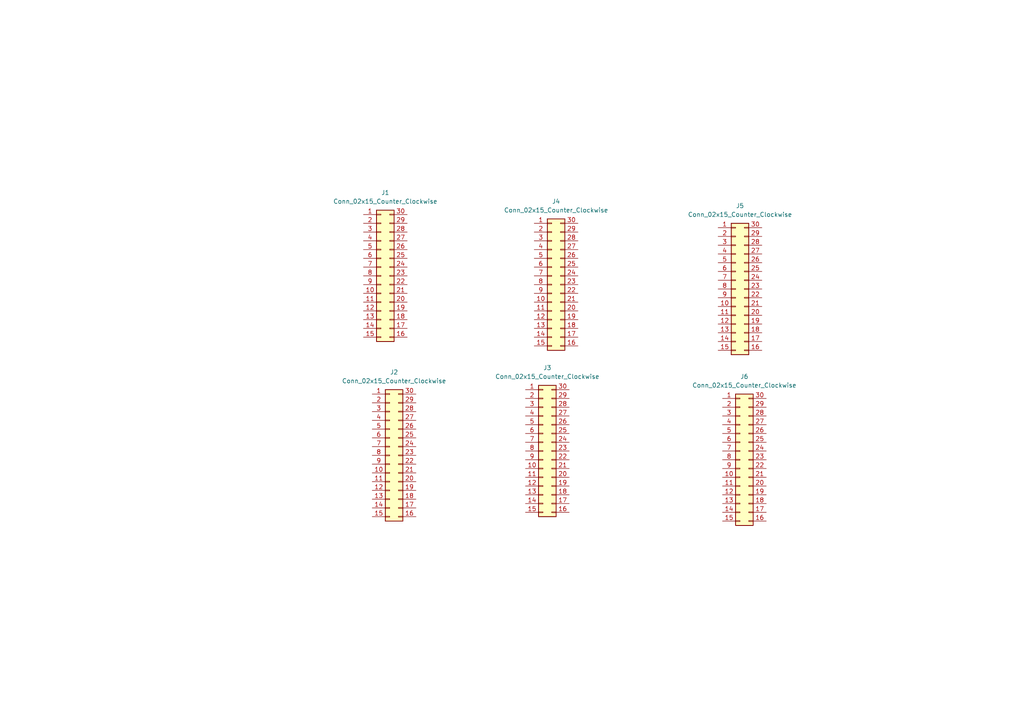
<source format=kicad_sch>
(kicad_sch (version 20211123) (generator eeschema)
  (paper "A4")
  (lib_symbols
    (symbol "Connector_Generic:Conn_02x15_Counter_Clockwise" (pin_names (offset 1.016) hide)
      (property "Reference" "J" (at 1.27 20.32 0))
      (property "Value" "Conn_02x15_Counter_Clockwise" (at 1.27 -20.32 0))
      (symbol "Conn_02x15_Counter_Clockwise_1_1"
        (rectangle (start -1.27 -17.653) (end 0 -17.907) (stroke (width 0.1524)))
        (rectangle (start -1.27 -15.113) (end 0 -15.367) (stroke (width 0.1524)))
        (rectangle (start -1.27 -12.573) (end 0 -12.827) (stroke (width 0.1524)))
        (rectangle (start -1.27 -10.033) (end 0 -10.287) (stroke (width 0.1524)))
        (rectangle (start -1.27 -7.493) (end 0 -7.747) (stroke (width 0.1524)))
        (rectangle (start -1.27 -4.953) (end 0 -5.207) (stroke (width 0.1524)))
        (rectangle (start -1.27 -2.413) (end 0 -2.667) (stroke (width 0.1524)))
        (rectangle (start -1.27 0.127) (end 0 -0.127) (stroke (width 0.1524)))
        (rectangle (start -1.27 2.667) (end 0 2.413) (stroke (width 0.1524)))
        (rectangle (start -1.27 5.207) (end 0 4.953) (stroke (width 0.1524)))
        (rectangle (start -1.27 7.747) (end 0 7.493) (stroke (width 0.1524)))
        (rectangle (start -1.27 10.287) (end 0 10.033) (stroke (width 0.1524)))
        (rectangle (start -1.27 12.827) (end 0 12.573) (stroke (width 0.1524)))
        (rectangle (start -1.27 15.367) (end 0 15.113) (stroke (width 0.1524)))
        (rectangle (start -1.27 17.907) (end 0 17.653) (stroke (width 0.1524)))
        (rectangle (start -1.27 19.05) (end 3.81 -19.05) (stroke (width 0.254)) (fill (type background)))
        (rectangle (start 3.81 -17.653) (end 2.54 -17.907) (stroke (width 0.1524)))
        (rectangle (start 3.81 -15.113) (end 2.54 -15.367) (stroke (width 0.1524)))
        (rectangle (start 3.81 -12.573) (end 2.54 -12.827) (stroke (width 0.1524)))
        (rectangle (start 3.81 -10.033) (end 2.54 -10.287) (stroke (width 0.1524)))
        (rectangle (start 3.81 -7.493) (end 2.54 -7.747) (stroke (width 0.1524)))
        (rectangle (start 3.81 -4.953) (end 2.54 -5.207) (stroke (width 0.1524)))
        (rectangle (start 3.81 -2.413) (end 2.54 -2.667) (stroke (width 0.1524)))
        (rectangle (start 3.81 0.127) (end 2.54 -0.127) (stroke (width 0.1524)))
        (rectangle (start 3.81 2.667) (end 2.54 2.413) (stroke (width 0.1524)))
        (rectangle (start 3.81 5.207) (end 2.54 4.953) (stroke (width 0.1524)))
        (rectangle (start 3.81 7.747) (end 2.54 7.493) (stroke (width 0.1524)))
        (rectangle (start 3.81 10.287) (end 2.54 10.033) (stroke (width 0.1524)))
        (rectangle (start 3.81 12.827) (end 2.54 12.573) (stroke (width 0.1524)))
        (rectangle (start 3.81 15.367) (end 2.54 15.113) (stroke (width 0.1524)))
        (rectangle (start 3.81 17.907) (end 2.54 17.653) (stroke (width 0.1524)))
        (pin passive line (at -5.08 17.78 0) (length 3.81) (name "Pin_1") (number "1"))
        (pin passive line (at -5.08 -5.08 0) (length 3.81) (name "Pin_10") (number "10"))
        (pin passive line (at -5.08 -7.62 0) (length 3.81) (name "Pin_11") (number "11"))
        (pin passive line (at -5.08 -10.16 0) (length 3.81) (name "Pin_12") (number "12"))
        (pin passive line (at -5.08 -12.7 0) (length 3.81) (name "Pin_13") (number "13"))
        (pin passive line (at -5.08 -15.24 0) (length 3.81) (name "Pin_14") (number "14"))
        (pin passive line (at -5.08 -17.78 0) (length 3.81) (name "Pin_15") (number "15"))
        (pin passive line (at 7.62 -17.78 180) (length 3.81) (name "Pin_16") (number "16"))
        (pin passive line (at 7.62 -15.24 180) (length 3.81) (name "Pin_17") (number "17"))
        (pin passive line (at 7.62 -12.7 180) (length 3.81) (name "Pin_18") (number "18"))
        (pin passive line (at 7.62 -10.16 180) (length 3.81) (name "Pin_19") (number "19"))
        (pin passive line (at -5.08 15.24 0) (length 3.81) (name "Pin_2") (number "2"))
        (pin passive line (at 7.62 -7.62 180) (length 3.81) (name "Pin_20") (number "20"))
        (pin passive line (at 7.62 -5.08 180) (length 3.81) (name "Pin_21") (number "21"))
        (pin passive line (at 7.62 -2.54 180) (length 3.81) (name "Pin_22") (number "22"))
        (pin passive line (at 7.62 0 180) (length 3.81) (name "Pin_23") (number "23"))
        (pin passive line (at 7.62 2.54 180) (length 3.81) (name "Pin_24") (number "24"))
        (pin passive line (at 7.62 5.08 180) (length 3.81) (name "Pin_25") (number "25"))
        (pin passive line (at 7.62 7.62 180) (length 3.81) (name "Pin_26") (number "26"))
        (pin passive line (at 7.62 10.16 180) (length 3.81) (name "Pin_27") (number "27"))
        (pin passive line (at 7.62 12.7 180) (length 3.81) (name "Pin_28") (number "28"))
        (pin passive line (at 7.62 15.24 180) (length 3.81) (name "Pin_29") (number "29"))
        (pin passive line (at -5.08 12.7 0) (length 3.81) (name "Pin_3") (number "3"))
        (pin passive line (at 7.62 17.78 180) (length 3.81) (name "Pin_30") (number "30"))
        (pin passive line (at -5.08 10.16 0) (length 3.81) (name "Pin_4") (number "4"))
        (pin passive line (at -5.08 7.62 0) (length 3.81) (name "Pin_5") (number "5"))
        (pin passive line (at -5.08 5.08 0) (length 3.81) (name "Pin_6") (number "6"))
        (pin passive line (at -5.08 2.54 0) (length 3.81) (name "Pin_7") (number "7"))
        (pin passive line (at -5.08 0 0) (length 3.81) (name "Pin_8") (number "8"))
        (pin passive line (at -5.08 -2.54 0) (length 3.81) (name "Pin_9") (number "9"))
      )
    )
  )
  (symbol (lib_id "Connector_Generic:Conn_02x15_Counter_Clockwise") (at 213.36 83.82 0) (unit 1)
    (property "Reference" "J5" (at 214.63 59.69 0))
    (property "Value" "Conn_02x15_Counter_Clockwise" (at 214.63 62.23 0))
    (property "Footprint" "Connector_PinHeader_2.54mm:PinHeader_2x15_P2.54mm_Vertical" (effects hide))
  )
  (symbol (lib_id "Connector_Generic:Conn_02x15_Counter_Clockwise") (at 160.02 82.55 0) (unit 1)
    (property "Reference" "J4" (at 161.29 58.42 0))
    (property "Value" "Conn_02x15_Counter_Clockwise" (at 161.29 60.96 0))
    (property "Footprint" "Connector_PinHeader_2.54mm:PinHeader_2x15_P2.54mm_Vertical" (effects hide))
  )
  (symbol (lib_id "Connector_Generic:Conn_02x15_Counter_Clockwise") (at 214.63 133.35 0) (unit 1)
    (property "Reference" "J6" (at 215.9 109.22 0))
    (property "Value" "Conn_02x15_Counter_Clockwise" (at 215.9 111.76 0))
    (property "Footprint" "Connector_PinHeader_2.54mm:PinHeader_2x15_P2.54mm_Vertical" (effects hide))
  )
  (symbol (lib_id "Connector_Generic:Conn_02x15_Counter_Clockwise") (at 110.49 80.01 0) (unit 1)
    (property "Reference" "J1" (at 111.76 55.88 0))
    (property "Value" "Conn_02x15_Counter_Clockwise" (at 111.76 58.42 0))
    (property "Footprint" "Connector_PinHeader_2.54mm:PinHeader_2x15_P2.54mm_Vertical" (effects hide))
  )
  (symbol (lib_id "Connector_Generic:Conn_02x15_Counter_Clockwise") (at 157.48 130.81 0) (unit 1)
    (property "Reference" "J3" (at 158.75 106.68 0))
    (property "Value" "Conn_02x15_Counter_Clockwise" (at 158.75 109.22 0))
    (property "Footprint" "Connector_PinHeader_2.54mm:PinHeader_2x15_P2.54mm_Vertical" (effects hide))
  )
  (symbol (lib_id "Connector_Generic:Conn_02x15_Counter_Clockwise") (at 113.03 132.08 0) (unit 1)
    (property "Reference" "J2" (at 114.3 107.95 0))
    (property "Value" "Conn_02x15_Counter_Clockwise" (at 114.3 110.49 0))
    (property "Footprint" "Connector_PinHeader_2.54mm:PinHeader_2x15_P2.54mm_Vertical" (effects hide))
  )
)
</source>
